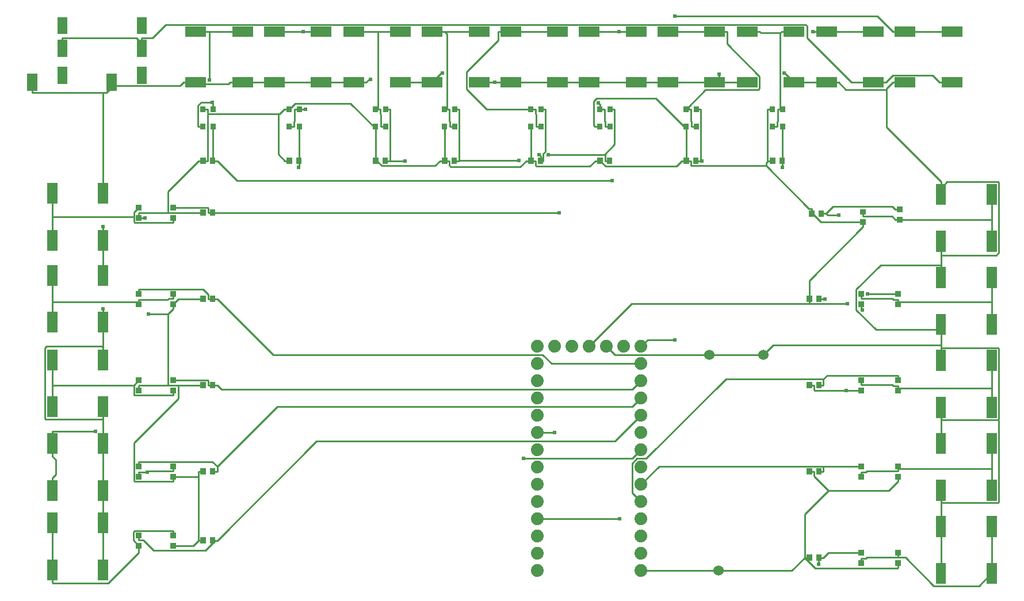
<source format=gtl>
G04 Layer: TopLayer*
G04 Gerber Generator version 0.2*
G04 Scale: 100 percent, Rotated: No, Reflected: No *
G04 Dimensions in millimeters *
G04 leading zeros omitted , absolute positions ,4 integer and 5 decimal *
%FSLAX45Y45*%
%MOMM*%

%ADD10C,0.2540*%
%ADD11C,0.6096*%
%ADD13R,1.5000X3.1000*%
%ADD14R,3.1000X1.5000*%
%ADD15R,0.8640X0.8065*%
%ADD18C,1.8796*%
%ADD19C,1.5240*%

%LPD*%
D10*
X12566395Y3382518D02*
G01*
X10100818Y3382518D01*
X9956800Y3238500D01*
X9156700Y3238500D02*
G01*
X9956800Y3238500D01*
X12566294Y3343836D02*
G01*
X13412012Y3343836D01*
X13419404Y3336444D01*
X13419404Y2292352D01*
X13412012Y2284961D01*
X7645400Y3365500D02*
G01*
X7772400Y3238500D01*
X9156700Y3238500D01*
X8153400Y63500D02*
G01*
X9296400Y63500D01*
X9296400Y63500D02*
G01*
X10371322Y63500D01*
X10561822Y254000D01*
X235305Y3921914D02*
G01*
X235305Y3718994D01*
X12566294Y4563391D02*
G01*
X11680520Y4563391D01*
X11319992Y4202864D01*
X11319992Y3903804D01*
X11614734Y3609063D01*
X12566294Y3609063D01*
X12566294Y4709035D02*
G01*
X12566294Y4563391D01*
X12566294Y4729838D02*
G01*
X12566294Y4709035D01*
X12566294Y5694301D02*
G01*
X12657886Y5785893D01*
X13412012Y5785893D01*
X13419404Y5778502D01*
X13419404Y4746195D01*
X13382243Y4709035D01*
X12566294Y4709035D01*
X12566294Y5694301D02*
G01*
X12566294Y5785766D01*
X12566294Y5602810D02*
G01*
X12566294Y5694301D01*
X235305Y3347366D02*
G01*
X235305Y3718994D01*
X235305Y2291311D02*
G01*
X235305Y2474394D01*
X235305Y1932510D02*
G01*
X235305Y2291311D01*
X235305Y5128338D02*
G01*
X235305Y4925494D01*
X3922191Y7250940D02*
G01*
X4105173Y7250940D01*
X4170679Y7297752D02*
G01*
X4151985Y7297752D01*
X4105173Y7250940D01*
X12566294Y3609063D02*
G01*
X12566294Y3507463D01*
X12566294Y3690419D02*
G01*
X12566294Y3609063D01*
X2288108Y7250940D02*
G01*
X2105126Y7250940D01*
X1598091Y7250940D02*
G01*
X1620545Y7228486D01*
X2082672Y7228486D01*
X2105126Y7250940D01*
X12566294Y1062586D02*
G01*
X12566294Y713310D01*
X12566294Y1245669D02*
G01*
X12566294Y1062586D01*
X13412012Y2284961D02*
G01*
X13419404Y2277569D01*
X13419404Y1069977D01*
X13412012Y1062586D01*
X12566294Y1062586D01*
X13412012Y2284961D02*
G01*
X12566294Y2284961D01*
X12566294Y4380435D02*
G01*
X12566294Y4563391D01*
X12566294Y3343836D02*
G01*
X12566294Y3507463D01*
X9316288Y7250940D02*
G01*
X9302495Y7264732D01*
X9302495Y7372377D01*
X10261498Y7385611D02*
G01*
X10268737Y7385611D01*
X10403408Y7250940D01*
X9316288Y7250940D02*
G01*
X9235008Y7250940D01*
X9713391Y7250940D02*
G01*
X9316288Y7250940D01*
X235305Y7100902D02*
G01*
X235305Y5798466D01*
X235305Y5615510D02*
G01*
X235305Y5798466D01*
X235305Y4925494D02*
G01*
X235305Y4591966D01*
X235305Y4409010D02*
G01*
X235305Y4591966D01*
X235305Y3164410D02*
G01*
X235305Y3347366D01*
X1598091Y7250940D02*
G01*
X1415135Y7250940D01*
X1415135Y7250940D02*
G01*
X1364945Y7200750D01*
X363728Y7200750D01*
X363728Y7200750D02*
G01*
X363728Y7177382D01*
X363728Y7253861D02*
G01*
X363728Y7200750D01*
X5232958Y7385611D02*
G01*
X5212562Y7385611D01*
X5077891Y7250940D01*
X6000750Y7250940D02*
G01*
X5767908Y7250940D01*
X6233591Y7250940D02*
G01*
X6000750Y7250940D01*
X12566294Y4912794D02*
G01*
X12566294Y4729838D01*
X12566294Y2284961D02*
G01*
X12566294Y2468044D01*
X12566294Y1935685D02*
G01*
X12566294Y2284961D01*
X12566294Y3341016D02*
G01*
X12566294Y3343836D01*
X235305Y1242494D02*
G01*
X235305Y1932510D01*
X235305Y764110D02*
G01*
X235305Y1242494D01*
X235305Y74094D02*
G01*
X235305Y764110D01*
X8079308Y7250940D02*
G01*
X7389291Y7250940D01*
X8544991Y7250940D02*
G01*
X8079308Y7250940D01*
X11854535Y7250940D02*
G01*
X11761622Y7158027D01*
X11761622Y7147841D01*
X11064773Y7250940D02*
G01*
X11167872Y7147841D01*
X11761622Y7147841D01*
X235305Y7100902D02*
G01*
X-804671Y7100902D01*
X363728Y7177382D02*
G01*
X287248Y7100902D01*
X235305Y7100902D01*
X-804671Y7253861D02*
G01*
X-804671Y7100902D01*
X12566294Y713310D02*
G01*
X12566294Y23294D01*
X3443808Y7250940D02*
G01*
X2753791Y7250940D01*
X3922191Y7250940D02*
G01*
X3443808Y7250940D01*
X2753791Y7250940D02*
G01*
X2288108Y7250940D01*
X5077891Y7250940D02*
G01*
X4612208Y7250940D01*
X6923608Y7250940D02*
G01*
X6233591Y7250940D01*
X7389291Y7250940D02*
G01*
X6923608Y7250940D01*
X9235008Y7250940D02*
G01*
X8544991Y7250940D01*
X10881791Y7250940D02*
G01*
X11064773Y7250940D01*
X10881791Y7250940D02*
G01*
X10403408Y7250940D01*
X12037491Y7250940D02*
G01*
X11854535Y7250940D01*
X12566294Y3158060D02*
G01*
X12566294Y3341016D01*
X11571808Y7250940D02*
G01*
X11754764Y7250940D01*
X11754764Y7250940D02*
G01*
X11858218Y7354394D01*
X12441072Y7354394D01*
X12544526Y7250940D01*
X804671Y7906819D02*
G01*
X957656Y7906819D01*
X1154937Y8104101D01*
X10571048Y8104101D01*
X10595711Y8079437D01*
X10595711Y7907428D01*
X11252200Y7250940D01*
X11571808Y7250940D01*
X12727508Y7250940D02*
G01*
X12544526Y7250940D01*
X-363728Y7753835D02*
G01*
X-363728Y7906819D01*
X804671Y7830339D02*
G01*
X728192Y7906819D01*
X-363728Y7906819D01*
X804671Y7830339D02*
G01*
X804671Y7906819D01*
X804671Y7753835D02*
G01*
X804671Y7830339D01*
X1848002Y5334002D02*
G01*
X1780057Y5334002D01*
X1270000Y5409338D02*
G01*
X1772665Y5409338D01*
X1780057Y5401947D01*
X1780057Y5334002D01*
X1848002Y5334002D02*
G01*
X6945020Y5334002D01*
X11170996Y2718691D02*
G01*
X11391900Y2718691D01*
X10697718Y2794002D02*
G01*
X10697718Y2726057D01*
X10705084Y2718691D01*
X11170996Y2718691D01*
X1190625Y3841015D02*
G01*
X904519Y3841015D01*
X1190625Y3841015D02*
G01*
X1270000Y3920390D01*
X1190625Y2794002D02*
G01*
X1190625Y3841015D01*
X853059Y5258691D02*
G01*
X762000Y5258691D01*
X11412575Y3899715D02*
G01*
X11391900Y3920390D01*
X10629772Y3989859D02*
G01*
X11191036Y3989859D01*
X11391900Y3988691D02*
G01*
X11391900Y3920390D01*
X10629772Y3989859D02*
G01*
X10629772Y3991028D01*
X7391400Y3365502D02*
G01*
X8015757Y3989859D01*
X10629772Y3989859D01*
X1640052Y4064002D02*
G01*
X1345311Y4064002D01*
X1270000Y3988691D01*
X4242688Y6578551D02*
G01*
X3876776Y6944464D01*
X3059150Y6944464D01*
X2972688Y6858002D01*
X1191513Y5334002D02*
G01*
X1708022Y5334002D01*
X1342339Y2794002D02*
G01*
X1708022Y2794002D01*
X1190625Y2794002D02*
G01*
X1342339Y2794002D01*
X1270000Y1380390D02*
G01*
X1269872Y1380263D01*
X698093Y1380263D01*
X690702Y1387655D01*
X690702Y1942086D01*
X1342339Y2593723D01*
X1342339Y2794002D01*
X1270000Y1448691D02*
G01*
X1270000Y1380390D01*
X1640052Y1448691D02*
G01*
X1270000Y1448691D01*
X6601968Y6096002D02*
G01*
X6601968Y6028057D01*
X6616191Y6013833D01*
X7399883Y6013833D01*
X7482052Y6096002D01*
X5331968Y6096002D02*
G01*
X5331968Y6028057D01*
X5353862Y6006162D01*
X6376212Y6006162D01*
X6466052Y6096002D01*
X7544688Y6604002D02*
G01*
X7476388Y6604002D01*
X8814688Y6568417D02*
G01*
X8367217Y7015888D01*
X7501991Y7015888D01*
X7458735Y6972632D01*
X7458735Y6621655D01*
X7476388Y6604002D01*
X8814688Y6568417D02*
G01*
X8814688Y6532831D01*
X8814688Y6604002D02*
G01*
X8814688Y6568417D01*
X5264022Y6096002D02*
G01*
X5196052Y6096002D01*
X4248022Y6115179D02*
G01*
X4248022Y6111293D01*
X4336415Y6022901D01*
X5122951Y6022901D01*
X5196052Y6096002D01*
X4248022Y6115179D02*
G01*
X4248022Y6096002D01*
X4242688Y6532831D02*
G01*
X4248022Y6527497D01*
X4248022Y6115179D01*
X6528688Y6604002D02*
G01*
X6528688Y6532831D01*
X11934825Y110390D02*
G01*
X11923217Y98783D01*
X10716996Y98783D01*
X10561777Y254002D01*
X11934825Y178666D02*
G01*
X11934825Y110390D01*
X1640052Y1448691D02*
G01*
X1640052Y1524002D01*
X1640052Y508002D02*
G01*
X1640052Y1448691D01*
X2978022Y6096002D02*
G01*
X2910052Y6096002D01*
X2814827Y6786704D02*
G01*
X2833090Y6786704D01*
X2904388Y6858002D01*
X1779981Y6786704D02*
G01*
X2814827Y6786704D01*
X2814827Y6786704D02*
G01*
X2814827Y6191227D01*
X2910052Y6096002D01*
X4242688Y6578551D02*
G01*
X4242688Y6532831D01*
X4242688Y6604002D02*
G01*
X4242688Y6578551D01*
X6534022Y6096002D02*
G01*
X6466052Y6096002D01*
X5264022Y6096002D02*
G01*
X5331968Y6096002D01*
X5264022Y6132502D02*
G01*
X5264022Y6096002D01*
X5264022Y6132502D02*
G01*
X5264022Y6168976D01*
X6534022Y6096002D02*
G01*
X6601968Y6096002D01*
X6528688Y6532831D02*
G01*
X6534022Y6527497D01*
X6534022Y6096002D01*
X7550022Y6096002D02*
G01*
X7482052Y6096002D01*
X10664697Y5357802D02*
G01*
X10664697Y5329735D01*
X10799241Y5195191D01*
X11420475Y5195191D01*
X10664697Y5357802D02*
G01*
X10664697Y5394276D01*
X10664697Y5321302D02*
G01*
X10664697Y5357802D01*
X9997084Y6022901D02*
G01*
X10625709Y5394276D01*
X10664697Y5394276D01*
X11420475Y5195191D02*
G01*
X11420475Y5126890D01*
X762000Y5326966D02*
G01*
X769035Y5334002D01*
X1191513Y5334002D01*
X1191513Y5334002D02*
G01*
X1191513Y5647463D01*
X1640052Y6096002D01*
X1708022Y6096002D02*
G01*
X1640052Y6096002D01*
X9997084Y6022901D02*
G01*
X8893124Y6022901D01*
X8887968Y6028057D01*
X8887968Y6096002D01*
X10022052Y6096002D02*
G01*
X9997084Y6071034D01*
X9997084Y6022901D01*
X10022052Y6096002D02*
G01*
X10016261Y6101793D01*
X10016261Y6857875D01*
X10016388Y6858002D01*
X10029342Y6096002D02*
G01*
X10022052Y6096002D01*
X11420475Y5126890D02*
G01*
X10629772Y4336188D01*
X10629772Y4064002D01*
X10629772Y4027528D02*
G01*
X10629772Y4064002D01*
X10629772Y4027528D02*
G01*
X10629772Y3991028D01*
X11934825Y1448666D02*
G01*
X11934825Y1380390D01*
X10629747Y254002D02*
G01*
X10561777Y254002D01*
X10629747Y1524002D02*
G01*
X10697718Y1524002D01*
X10911408Y1242341D02*
G01*
X10561777Y892710D01*
X10561777Y254002D01*
X11934825Y1380390D02*
G01*
X11796775Y1242341D01*
X10911408Y1242341D01*
X10697718Y1524002D02*
G01*
X10697718Y1456032D01*
X10911408Y1242341D01*
X762000Y2786966D02*
G01*
X769035Y2794002D01*
X1190625Y2794002D01*
X1270000Y3988691D02*
G01*
X1270000Y3920390D01*
X1708022Y508002D02*
G01*
X1640052Y508002D01*
X1708022Y6096002D02*
G01*
X1775968Y6096002D01*
X5264022Y6168976D02*
G01*
X5258688Y6174310D01*
X5258688Y6604002D01*
X10084688Y6858002D02*
G01*
X10016388Y6858002D01*
X10090022Y6096002D02*
G01*
X10029342Y6096002D01*
X8752052Y6096002D02*
G01*
X8671763Y6015713D01*
X7630312Y6015713D01*
X7550022Y6096002D01*
X8820022Y6096002D02*
G01*
X8752052Y6096002D01*
X8854008Y6096002D02*
G01*
X8820022Y6096002D01*
X8854008Y6096002D02*
G01*
X8887968Y6096002D01*
X762000Y5258691D02*
G01*
X762000Y5326966D01*
X10629772Y2794002D02*
G01*
X10697718Y2794002D01*
X1708022Y4064002D02*
G01*
X1640052Y4064002D01*
X762000Y2718691D02*
G01*
X762000Y2786966D01*
X1708022Y1524002D02*
G01*
X1640052Y1524002D01*
X1270000Y432691D02*
G01*
X1564741Y432691D01*
X1640052Y508002D01*
X1779981Y6786704D02*
G01*
X1775968Y6782691D01*
X1775968Y6096002D01*
X1779981Y6786704D02*
G01*
X1770964Y6795721D01*
X1770964Y6858002D01*
X1702688Y6858002D02*
G01*
X1770964Y6858002D01*
X2972688Y6858002D02*
G01*
X2904388Y6858002D01*
X8814688Y6532831D02*
G01*
X8820022Y6527497D01*
X8820022Y6096002D01*
X10804677Y5321302D02*
G01*
X10872647Y5321302D01*
X11062538Y5293997D02*
G01*
X10899952Y5293997D01*
X10872647Y5321302D01*
X10804677Y5321302D02*
G01*
X10872647Y5321302D01*
X11963400Y5383938D02*
G01*
X11892229Y5383938D01*
X11892229Y5383938D02*
G01*
X11847906Y5428261D01*
X10979607Y5428261D01*
X10872647Y5321302D01*
X11934825Y4139338D02*
G01*
X11484178Y4139338D01*
X10837722Y4064002D02*
G01*
X10855731Y4064002D01*
X10769752Y4064002D02*
G01*
X10837722Y4064002D01*
X10837722Y2883842D02*
G01*
X10837722Y2794002D01*
X11934825Y2937614D02*
G01*
X11934697Y2937741D01*
X10891621Y2937741D01*
X10837722Y2883842D01*
X10837722Y2883842D02*
G01*
X9399143Y2883842D01*
X8229803Y1714502D01*
X8092643Y1714502D01*
X8021472Y1643331D01*
X8021472Y1211430D01*
X8153400Y1079502D01*
X10769752Y2794002D02*
G01*
X10837722Y2794002D01*
X11934825Y2869338D02*
G01*
X11934825Y2937614D01*
X10837722Y1599338D02*
G01*
X8419236Y1599338D01*
X8153400Y1333502D01*
X11391900Y1599338D02*
G01*
X10837722Y1599338D01*
X10837722Y1599338D02*
G01*
X10837722Y1524002D01*
X10769752Y1524002D02*
G01*
X10837722Y1524002D01*
X10769752Y160428D02*
G01*
X10769752Y254002D01*
X10803737Y254002D02*
G01*
X10769752Y254002D01*
X10803737Y254002D02*
G01*
X10837722Y254002D01*
X11391900Y329338D02*
G01*
X10913059Y329338D01*
X10837722Y254002D01*
X1848002Y4064002D02*
G01*
X1780057Y4064002D01*
X1780057Y4064002D02*
G01*
X1780057Y4131947D01*
X1704263Y4207741D01*
X762127Y4207741D01*
X762000Y4207614D01*
X1881987Y4064002D02*
G01*
X1848002Y4064002D01*
X762000Y4139338D02*
G01*
X762000Y4207614D01*
X1881987Y4064002D02*
G01*
X1915972Y4064002D01*
X1915972Y4064002D02*
G01*
X2736545Y3243430D01*
X6705752Y3243430D01*
X6837679Y3111502D01*
X8153400Y3111502D01*
X1848002Y2794002D02*
G01*
X1780057Y2794002D01*
X1270000Y2869338D02*
G01*
X1772665Y2869338D01*
X1780057Y2861947D01*
X1780057Y2794002D01*
X1848002Y2794002D02*
G01*
X1915972Y2794002D01*
X8153400Y2857502D02*
G01*
X8026400Y2730502D01*
X1979472Y2730502D01*
X1915972Y2794002D01*
X1915972Y1596646D02*
G01*
X1915972Y1524002D01*
X762000Y1667614D02*
G01*
X763651Y1669265D01*
X1843354Y1669265D01*
X1915972Y1596646D01*
X8153400Y2603502D02*
G01*
X8026400Y2476502D01*
X2795828Y2476502D01*
X1915972Y1596646D01*
X762000Y1599338D02*
G01*
X762000Y1667614D01*
X1848002Y1524002D02*
G01*
X1915972Y1524002D01*
X762000Y583338D02*
G01*
X762000Y515038D01*
X1881987Y508002D02*
G01*
X1738248Y364263D01*
X981075Y364263D01*
X830300Y515038D01*
X762000Y515038D01*
X1881987Y508002D02*
G01*
X1915972Y508002D01*
X1848002Y508002D02*
G01*
X1881987Y508002D01*
X8153400Y2349502D02*
G01*
X7772400Y1968502D01*
X3376472Y1968502D01*
X1915972Y508002D01*
X1915972Y6096002D02*
G01*
X2206701Y5805274D01*
X7730083Y5805274D01*
X1848002Y6096002D02*
G01*
X1915972Y6096002D01*
X1853336Y6532831D02*
G01*
X1848002Y6527497D01*
X1848002Y6096002D01*
X1853336Y6604002D02*
G01*
X1853336Y6532831D01*
X8153400Y1841502D02*
G01*
X8026400Y1714502D01*
X6421170Y1714502D01*
X3110179Y6000473D02*
G01*
X3118002Y6008296D01*
X3118002Y6096002D01*
X3118002Y6096002D02*
G01*
X3118002Y6168976D01*
X3123336Y6604002D02*
G01*
X3123336Y6174310D01*
X3118002Y6168976D01*
X4461738Y6096002D02*
G01*
X4679365Y6096002D01*
X4404995Y6096002D02*
G01*
X4461738Y6096002D01*
X4461738Y6096002D02*
G01*
X4461738Y6857875D01*
X4461611Y6858002D01*
X4388002Y6096002D02*
G01*
X4404995Y6096002D01*
X4393336Y6858002D02*
G01*
X4461611Y6858002D01*
X6357696Y6101768D02*
G01*
X5477738Y6101768D01*
X5477738Y6101768D02*
G01*
X5471972Y6096002D01*
X5477611Y6858002D02*
G01*
X5477738Y6857875D01*
X5477738Y6101768D01*
X5409336Y6858002D02*
G01*
X5477611Y6858002D01*
X5404002Y6096002D02*
G01*
X5471972Y6096002D01*
X6653352Y6190693D02*
G01*
X6674002Y6170043D01*
X6674002Y6096002D01*
X6747611Y6858002D02*
G01*
X6747738Y6857875D01*
X6747738Y6235600D01*
X6707987Y6195849D01*
X6707987Y6096002D01*
X6674002Y6096002D02*
G01*
X6707987Y6096002D01*
X6679336Y6858002D02*
G01*
X6747611Y6858002D01*
X7615859Y6189144D02*
G01*
X7622057Y6182946D01*
X7622057Y6096002D01*
X6784086Y6189144D02*
G01*
X7615859Y6189144D01*
X7763611Y6858002D02*
G01*
X7763738Y6857875D01*
X7763738Y6337023D01*
X7615859Y6189144D01*
X7695336Y6858002D02*
G01*
X7763611Y6858002D01*
X7690002Y6096002D02*
G01*
X7622057Y6096002D01*
X6629400Y2095502D02*
G01*
X6878167Y2095502D01*
X9047149Y6090897D02*
G01*
X9033078Y6090897D01*
X9027972Y6096002D01*
X8960002Y6096002D02*
G01*
X9027972Y6096002D01*
X8965336Y6858002D02*
G01*
X9033611Y6858002D01*
X8960002Y6096002D02*
G01*
X9027972Y6096002D01*
X9033611Y6858002D02*
G01*
X9033738Y6857875D01*
X9033738Y6101768D01*
X9027972Y6096002D01*
X10230002Y5999939D02*
G01*
X10230002Y6096002D01*
X10230002Y6096002D02*
G01*
X10230002Y6168976D01*
X10235336Y6604002D02*
G01*
X10235336Y6174310D01*
X10230002Y6168976D01*
X13316305Y30203D02*
G01*
X13126313Y-159788D01*
X12463246Y-159788D01*
X12042419Y261038D01*
X11934825Y261038D01*
X13316305Y23294D02*
G01*
X13316305Y30203D01*
X13316305Y36934D02*
G01*
X13316305Y30203D01*
X13316305Y36934D02*
G01*
X13316305Y206275D01*
X13316305Y713310D02*
G01*
X13316305Y530329D01*
X13316305Y530329D02*
G01*
X13316305Y206275D01*
X11934825Y329338D02*
G01*
X11934825Y261038D01*
X11391900Y178666D02*
G01*
X11391900Y246966D01*
X11391900Y246966D02*
G01*
X11460200Y246966D01*
X11474272Y261038D01*
X11934825Y261038D01*
X13316305Y1565201D02*
G01*
X13316305Y1752704D01*
X13316305Y1428650D02*
G01*
X13316305Y1565201D01*
X11934825Y1565201D02*
G01*
X13316305Y1565201D01*
X11934825Y1565201D02*
G01*
X11934825Y1531038D01*
X11934825Y1599338D02*
G01*
X11934825Y1565201D01*
X13316305Y1245669D02*
G01*
X13316305Y1252578D01*
X13316305Y1259309D02*
G01*
X13316305Y1252578D01*
X13316305Y1259309D02*
G01*
X13316305Y1428650D01*
X13316305Y1935685D02*
G01*
X13316305Y1752704D01*
X11391900Y1448666D02*
G01*
X11391900Y1516966D01*
X11391900Y1516966D02*
G01*
X11460200Y1516966D01*
X11474272Y1531038D01*
X11934825Y1531038D01*
X13316305Y2752829D02*
G01*
X13316305Y2651025D01*
X13316305Y2975079D02*
G01*
X13316305Y2752829D01*
X11934825Y2752829D02*
G01*
X13316305Y2752829D01*
X11934825Y2752829D02*
G01*
X11934825Y2786966D01*
X11934825Y2718691D02*
G01*
X11934825Y2752829D01*
X13316305Y3158060D02*
G01*
X13316305Y2975079D01*
X13316305Y2468044D02*
G01*
X13316305Y2651025D01*
X11391900Y2869338D02*
G01*
X11391900Y2801038D01*
X11934825Y2786966D02*
G01*
X11866549Y2786966D01*
X11852478Y2801038D01*
X11391900Y2801038D01*
X13316305Y4022829D02*
G01*
X13316305Y4197454D01*
X13316305Y3873400D02*
G01*
X13316305Y4022829D01*
X11934825Y4022829D02*
G01*
X13316305Y4022829D01*
X11934825Y4022829D02*
G01*
X11934825Y4056966D01*
X11934825Y3988691D02*
G01*
X11934825Y4022829D01*
X13316305Y4380435D02*
G01*
X13316305Y4197454D01*
X13316305Y3690419D02*
G01*
X13316305Y3873400D01*
X11391900Y4139338D02*
G01*
X11391900Y4071038D01*
X11934825Y4056966D02*
G01*
X11866549Y4056966D01*
X11852478Y4071038D01*
X11391900Y4071038D01*
X11963400Y5233291D02*
G01*
X11892229Y5233291D01*
X11420475Y5345838D02*
G01*
X11420475Y5277538D01*
X11892229Y5233291D02*
G01*
X11847982Y5277538D01*
X11420475Y5277538D01*
X11998985Y5233291D02*
G01*
X11963400Y5233291D01*
X11998985Y5233291D02*
G01*
X12034570Y5233291D01*
X13316305Y5233291D02*
G01*
X13316305Y5419829D01*
X13316305Y5095775D02*
G01*
X13316305Y5233291D01*
X13316305Y5233291D02*
G01*
X12034570Y5233291D01*
X13316305Y4912794D02*
G01*
X13316305Y4919703D01*
X13316305Y4926434D02*
G01*
X13316305Y4919703D01*
X13316305Y4926434D02*
G01*
X13316305Y5095775D01*
X13316305Y5602810D02*
G01*
X13316305Y5419829D01*
X690702Y5270502D02*
G01*
X690702Y5338041D01*
X762000Y5409338D01*
X1270000Y5190390D02*
G01*
X1269872Y5190263D01*
X698093Y5190263D01*
X690702Y5197655D01*
X690702Y5270502D01*
X690702Y5270502D02*
G01*
X-514705Y5270502D01*
X-514705Y5270502D02*
G01*
X-514705Y5432529D01*
X-514705Y5108475D02*
G01*
X-514705Y5270502D01*
X-514705Y4925494D02*
G01*
X-514705Y5108475D01*
X1270000Y5258691D02*
G01*
X1270000Y5190390D01*
X-514705Y5615510D02*
G01*
X-514705Y5432529D01*
X762000Y4022829D02*
G01*
X-514705Y4022829D01*
X-514705Y4022829D02*
G01*
X-514705Y3901975D01*
X-514705Y4226029D02*
G01*
X-514705Y4022829D01*
X762000Y4022829D02*
G01*
X762000Y4056966D01*
X762000Y3988691D02*
G01*
X762000Y4022829D01*
X-514705Y4409010D02*
G01*
X-514705Y4226029D01*
X-514705Y3718994D02*
G01*
X-514705Y3901975D01*
X1270000Y4139338D02*
G01*
X1270000Y4071038D01*
X1270000Y4071038D02*
G01*
X1201699Y4071038D01*
X1187627Y4056966D01*
X762000Y4056966D01*
X-514705Y2794561D02*
G01*
X-514705Y2657375D01*
X-514705Y2981429D02*
G01*
X-514705Y2794561D01*
X687222Y2794561D02*
G01*
X-514705Y2794561D01*
X687222Y2794561D02*
G01*
X687222Y2657655D01*
X694613Y2650263D01*
X1269872Y2650263D01*
X1270000Y2650390D01*
X762000Y2869338D02*
G01*
X687222Y2794561D01*
X-514705Y3164410D02*
G01*
X-514705Y3157501D01*
X-514705Y3150770D02*
G01*
X-514705Y3157501D01*
X-514705Y3150770D02*
G01*
X-514705Y2981429D01*
X-514705Y2474394D02*
G01*
X-514705Y2657375D01*
X1270000Y2718691D02*
G01*
X1270000Y2650390D01*
X885901Y1516966D02*
G01*
X762000Y1516966D01*
X1270000Y1531038D02*
G01*
X899972Y1531038D01*
X885901Y1516966D01*
X-514705Y2115466D02*
G01*
X120065Y2115466D01*
X-514705Y1932510D02*
G01*
X-514705Y2115466D01*
X-514705Y1749529D02*
G01*
X-457352Y1692175D01*
X-457352Y1482829D01*
X-514705Y1425475D01*
X-514705Y1932510D02*
G01*
X-514705Y1749529D01*
X-514705Y1242494D02*
G01*
X-514705Y1425475D01*
X762000Y1448691D02*
G01*
X762000Y1516966D01*
X1270000Y1599338D02*
G01*
X1270000Y1531038D01*
X762000Y432691D02*
G01*
X762000Y327941D01*
X313385Y-120672D01*
X-502894Y-120672D01*
X-514705Y-108861D01*
X-514705Y74094D02*
G01*
X-514705Y-108861D01*
X1270000Y651614D02*
G01*
X1269872Y651741D01*
X698093Y651741D01*
X679780Y633427D01*
X679780Y514911D01*
X762000Y432691D01*
X1270000Y583338D02*
G01*
X1270000Y651614D01*
X-514705Y257075D02*
G01*
X-514705Y581129D01*
X-514705Y74094D02*
G01*
X-514705Y257075D01*
X-514705Y764110D02*
G01*
X-514705Y581129D01*
X1853336Y6929173D02*
G01*
X1838452Y6944057D01*
X1838452Y6956681D01*
X1634388Y6604002D02*
G01*
X1634261Y6604129D01*
X1634261Y6913501D01*
X1677441Y6956681D01*
X1838452Y6956681D01*
X1853336Y6858002D02*
G01*
X1853336Y6929173D01*
X1804136Y8000951D02*
G01*
X1598091Y8000951D01*
X2288108Y8000951D02*
G01*
X1804136Y8000951D01*
X1804136Y8000951D02*
G01*
X1804136Y7287033D01*
X1702688Y6604002D02*
G01*
X1634388Y6604002D01*
X3123336Y6858002D02*
G01*
X3210763Y6858002D01*
X3182493Y8000951D02*
G01*
X2753791Y8000951D01*
X3352317Y8000951D02*
G01*
X3182493Y8000951D01*
X3089198Y6858002D02*
G01*
X3123336Y6858002D01*
X3089198Y6858002D02*
G01*
X3055035Y6858002D01*
X2996717Y6604002D02*
G01*
X2972688Y6604002D01*
X2996717Y6604002D02*
G01*
X3040964Y6604002D01*
X3443808Y8000951D02*
G01*
X3352317Y8000951D01*
X3040964Y6604002D02*
G01*
X3040964Y6672277D01*
X3055035Y6686349D01*
X3055035Y6858002D01*
X4276826Y8000951D02*
G01*
X3922191Y8000951D01*
X4520717Y8000951D02*
G01*
X4276826Y8000951D01*
X4276826Y6858002D02*
G01*
X4276826Y8000951D01*
X4276826Y6858002D02*
G01*
X4310964Y6858002D01*
X4242688Y6858002D02*
G01*
X4276826Y6858002D01*
X4612208Y8000951D02*
G01*
X4520717Y8000951D01*
X4393336Y6604002D02*
G01*
X4325035Y6604002D01*
X4325035Y6604002D02*
G01*
X4325035Y6775655D01*
X4310964Y6789727D01*
X4310964Y6858002D01*
X5292826Y6858002D02*
G01*
X5292826Y7968998D01*
X5260873Y8000951D01*
X5292826Y6858002D02*
G01*
X5326964Y6858002D01*
X5258688Y6858002D02*
G01*
X5292826Y6858002D01*
X5767908Y8000951D02*
G01*
X5260873Y8000951D01*
X5077891Y8000951D02*
G01*
X5260873Y8000951D01*
X5409336Y6604002D02*
G01*
X5341035Y6604002D01*
X5341035Y6604002D02*
G01*
X5341035Y6672303D01*
X5326964Y6686374D01*
X5326964Y6858002D01*
X6050635Y8000951D02*
G01*
X6050635Y7871081D01*
X5584799Y7405245D01*
X5584799Y7155258D01*
X5882055Y6858002D01*
X6528688Y6858002D01*
X6233591Y8000951D02*
G01*
X6050635Y8000951D01*
X6832117Y8000951D02*
G01*
X6233591Y8000951D01*
X6528688Y6858002D02*
G01*
X6596964Y6858002D01*
X6923608Y8000951D02*
G01*
X6832117Y8000951D01*
X6679336Y6604002D02*
G01*
X6611035Y6604002D01*
X6611035Y6604002D02*
G01*
X6611035Y6775655D01*
X6596964Y6789727D01*
X6596964Y6858002D01*
X7524521Y6947283D02*
G01*
X7542631Y6929173D01*
X7544688Y6929173D01*
X7544688Y6858002D02*
G01*
X7544688Y6929173D01*
X7827594Y8000951D02*
G01*
X7572273Y8000951D01*
X8079308Y8000951D02*
G01*
X7827594Y8000951D01*
X7544688Y6858002D02*
G01*
X7612964Y6858002D01*
X7389291Y8000951D02*
G01*
X7572273Y8000951D01*
X7695336Y6604002D02*
G01*
X7627035Y6604002D01*
X7627035Y6604002D02*
G01*
X7627035Y6672303D01*
X7612964Y6686374D01*
X7612964Y6858002D01*
X9235008Y8000951D02*
G01*
X9417964Y8000951D01*
X8848826Y6858002D02*
G01*
X8848826Y6893638D01*
X9096527Y7141339D01*
X9877933Y7141339D01*
X9896500Y7159906D01*
X9896500Y7339459D01*
X9417964Y7817995D01*
X9417964Y8000951D01*
X8848826Y6858002D02*
G01*
X8882964Y6858002D01*
X8814688Y6858002D02*
G01*
X8848826Y6858002D01*
X9143517Y8000951D02*
G01*
X8544991Y8000951D01*
X9235008Y8000951D02*
G01*
X9143517Y8000951D01*
X8965336Y6604002D02*
G01*
X8897035Y6604002D01*
X8897035Y6604002D02*
G01*
X8897035Y6672303D01*
X8882964Y6686374D01*
X8882964Y6858002D01*
X10201198Y7981723D02*
G01*
X10220426Y8000951D01*
X10201198Y6858002D02*
G01*
X10201198Y7981723D01*
X10201198Y7981723D02*
G01*
X9915601Y7981723D01*
X9896373Y8000951D01*
X9713391Y8000951D02*
G01*
X9896373Y8000951D01*
X10403408Y8000951D02*
G01*
X10220426Y8000951D01*
X10201198Y6858002D02*
G01*
X10167035Y6858002D01*
X10235336Y6858002D02*
G01*
X10201198Y6858002D01*
X10084688Y6604002D02*
G01*
X10152964Y6604002D01*
X10152964Y6604002D02*
G01*
X10152964Y6672277D01*
X10167035Y6686349D01*
X10167035Y6858002D01*
X6629400Y825502D02*
G01*
X7833207Y825502D01*
X10698835Y8000926D02*
G01*
X10679938Y8000926D01*
X10881791Y8000926D02*
G01*
X10698835Y8000926D01*
X11571808Y8000926D02*
G01*
X10881791Y8000926D01*
X12037491Y8000951D02*
G01*
X11854535Y8000951D01*
X11854535Y8000951D02*
G01*
X11631929Y8223557D01*
X8651570Y8223557D01*
X12727508Y8000951D02*
G01*
X12037491Y8000951D01*
X11761622Y7147841D02*
G01*
X11761622Y6590438D01*
X12566294Y5785766D01*
X235305Y2291311D02*
G01*
X-610412Y2291311D01*
X-617804Y2298702D01*
X-617804Y3341651D01*
X-592785Y3366670D01*
X216001Y3366670D01*
X235305Y3347366D01*
X8153400Y3365502D02*
G01*
X8250377Y3462479D01*
X8651570Y3462479D01*
G36*
X1807999Y5379001D02*
G01*
X1887999Y5379001D01*
X1887999Y5288998D01*
X1807999Y5288998D01*
G37*
G36*
X1668000Y5379001D02*
G01*
X1748000Y5379001D01*
X1748000Y5288998D01*
X1668000Y5288998D01*
G37*
G36*
X10764674Y5366301D02*
G01*
X10844674Y5366301D01*
X10844674Y5276298D01*
X10764674Y5276298D01*
G37*
G36*
X10624675Y5366301D02*
G01*
X10704675Y5366301D01*
X10704675Y5276298D01*
X10624675Y5276298D01*
G37*
G36*
X10729749Y4109001D02*
G01*
X10809749Y4109001D01*
X10809749Y4018998D01*
X10729749Y4018998D01*
G37*
G36*
X10589750Y4109001D02*
G01*
X10669750Y4109001D01*
X10669750Y4018998D01*
X10589750Y4018998D01*
G37*
G36*
X10729749Y2839001D02*
G01*
X10809749Y2839001D01*
X10809749Y2748998D01*
X10729749Y2748998D01*
G37*
G36*
X10589750Y2839001D02*
G01*
X10669750Y2839001D01*
X10669750Y2748998D01*
X10589750Y2748998D01*
G37*
G36*
X10729749Y1569001D02*
G01*
X10809749Y1569001D01*
X10809749Y1478998D01*
X10729749Y1478998D01*
G37*
G36*
X10589750Y1569001D02*
G01*
X10669750Y1569001D01*
X10669750Y1478998D01*
X10589750Y1478998D01*
G37*
G36*
X10729749Y299001D02*
G01*
X10809749Y299001D01*
X10809749Y208998D01*
X10729749Y208998D01*
G37*
G36*
X10589750Y299001D02*
G01*
X10669750Y299001D01*
X10669750Y208998D01*
X10589750Y208998D01*
G37*
G36*
X1807999Y4109001D02*
G01*
X1887999Y4109001D01*
X1887999Y4018998D01*
X1807999Y4018998D01*
G37*
G36*
X1668000Y4109001D02*
G01*
X1748000Y4109001D01*
X1748000Y4018998D01*
X1668000Y4018998D01*
G37*
G36*
X1807999Y2839001D02*
G01*
X1887999Y2839001D01*
X1887999Y2748998D01*
X1807999Y2748998D01*
G37*
G36*
X1668000Y2839001D02*
G01*
X1748000Y2839001D01*
X1748000Y2748998D01*
X1668000Y2748998D01*
G37*
G36*
X1807999Y1569001D02*
G01*
X1887999Y1569001D01*
X1887999Y1478998D01*
X1807999Y1478998D01*
G37*
G36*
X1668000Y1569001D02*
G01*
X1748000Y1569001D01*
X1748000Y1478998D01*
X1668000Y1478998D01*
G37*
G36*
X1807999Y553001D02*
G01*
X1887999Y553001D01*
X1887999Y462998D01*
X1807999Y462998D01*
G37*
G36*
X1668000Y553001D02*
G01*
X1748000Y553001D01*
X1748000Y462998D01*
X1668000Y462998D01*
G37*
G36*
X1807999Y6141001D02*
G01*
X1887999Y6141001D01*
X1887999Y6050998D01*
X1807999Y6050998D01*
G37*
G36*
X1668000Y6141001D02*
G01*
X1748000Y6141001D01*
X1748000Y6050998D01*
X1668000Y6050998D01*
G37*
G36*
X3077999Y6141001D02*
G01*
X3157999Y6141001D01*
X3157999Y6050998D01*
X3077999Y6050998D01*
G37*
G36*
X2938000Y6141001D02*
G01*
X3018000Y6141001D01*
X3018000Y6050998D01*
X2938000Y6050998D01*
G37*
G36*
X4347999Y6141001D02*
G01*
X4427999Y6141001D01*
X4427999Y6050998D01*
X4347999Y6050998D01*
G37*
G36*
X4208000Y6141001D02*
G01*
X4288000Y6141001D01*
X4288000Y6050998D01*
X4208000Y6050998D01*
G37*
G36*
X5363999Y6141001D02*
G01*
X5443999Y6141001D01*
X5443999Y6050998D01*
X5363999Y6050998D01*
G37*
G36*
X5224000Y6141001D02*
G01*
X5304000Y6141001D01*
X5304000Y6050998D01*
X5224000Y6050998D01*
G37*
G36*
X6633999Y6141001D02*
G01*
X6713999Y6141001D01*
X6713999Y6050998D01*
X6633999Y6050998D01*
G37*
G36*
X6494000Y6141001D02*
G01*
X6574000Y6141001D01*
X6574000Y6050998D01*
X6494000Y6050998D01*
G37*
G36*
X7649999Y6141001D02*
G01*
X7729999Y6141001D01*
X7729999Y6050998D01*
X7649999Y6050998D01*
G37*
G36*
X7510000Y6141001D02*
G01*
X7590000Y6141001D01*
X7590000Y6050998D01*
X7510000Y6050998D01*
G37*
G36*
X8919999Y6141001D02*
G01*
X8999999Y6141001D01*
X8999999Y6050998D01*
X8919999Y6050998D01*
G37*
G36*
X8780000Y6141001D02*
G01*
X8860000Y6141001D01*
X8860000Y6050998D01*
X8780000Y6050998D01*
G37*
G36*
X10189999Y6141001D02*
G01*
X10269999Y6141001D01*
X10269999Y6050998D01*
X10189999Y6050998D01*
G37*
G36*
X10050000Y6141001D02*
G01*
X10130000Y6141001D01*
X10130000Y6050998D01*
X10050000Y6050998D01*
G37*
G36*
X12491303Y178300D02*
G01*
X12641305Y178300D01*
X12641305Y-131701D01*
X12491303Y-131701D01*
G37*
G36*
X13241304Y868301D02*
G01*
X13391306Y868301D01*
X13391306Y558299D01*
X13241304Y558299D01*
G37*
G36*
X12491303Y868301D02*
G01*
X12641305Y868301D01*
X12641305Y558299D01*
X12491303Y558299D01*
G37*
G36*
X13241304Y178300D02*
G01*
X13391306Y178300D01*
X13391306Y-131701D01*
X13241304Y-131701D01*
G37*
G36*
X12491303Y1400675D02*
G01*
X12641305Y1400675D01*
X12641305Y1090673D01*
X12491303Y1090673D01*
G37*
G36*
X13241304Y2090676D02*
G01*
X13391306Y2090676D01*
X13391306Y1780674D01*
X13241304Y1780674D01*
G37*
G36*
X12491303Y2090676D02*
G01*
X12641305Y2090676D01*
X12641305Y1780674D01*
X12491303Y1780674D01*
G37*
G36*
X13241304Y1400675D02*
G01*
X13391306Y1400675D01*
X13391306Y1090673D01*
X13241304Y1090673D01*
G37*
G36*
X12491303Y2623050D02*
G01*
X12641305Y2623050D01*
X12641305Y2313048D01*
X12491303Y2313048D01*
G37*
G36*
X13241304Y3313051D02*
G01*
X13391306Y3313051D01*
X13391306Y3003049D01*
X13241304Y3003049D01*
G37*
G36*
X12491303Y3313051D02*
G01*
X12641305Y3313051D01*
X12641305Y3003049D01*
X12491303Y3003049D01*
G37*
G36*
X13241304Y2623050D02*
G01*
X13391306Y2623050D01*
X13391306Y2313048D01*
X13241304Y2313048D01*
G37*
G36*
X12491303Y3845425D02*
G01*
X12641305Y3845425D01*
X12641305Y3535423D01*
X12491303Y3535423D01*
G37*
G36*
X13241304Y4535426D02*
G01*
X13391306Y4535426D01*
X13391306Y4225424D01*
X13241304Y4225424D01*
G37*
G36*
X12491303Y4535426D02*
G01*
X12641305Y4535426D01*
X12641305Y4225424D01*
X12491303Y4225424D01*
G37*
G36*
X13241304Y3845425D02*
G01*
X13391306Y3845425D01*
X13391306Y3535423D01*
X13241304Y3535423D01*
G37*
G36*
X12491303Y5067800D02*
G01*
X12641305Y5067800D01*
X12641305Y4757798D01*
X12491303Y4757798D01*
G37*
G36*
X13241304Y5757801D02*
G01*
X13391306Y5757801D01*
X13391306Y5447799D01*
X13241304Y5447799D01*
G37*
G36*
X12491303Y5757801D02*
G01*
X12641305Y5757801D01*
X12641305Y5447799D01*
X12491303Y5447799D01*
G37*
G36*
X13241304Y5067800D02*
G01*
X13391306Y5067800D01*
X13391306Y4757798D01*
X13241304Y4757798D01*
G37*
D13*
G01*
X235305Y5615508D03*
G01*
X-514705Y4925491D03*
G01*
X235305Y4925491D03*
G01*
X-514705Y5615508D03*
G01*
X235305Y4409008D03*
G01*
X-514705Y3718991D03*
G01*
X235305Y3718991D03*
G01*
X-514705Y4409008D03*
G01*
X235305Y3164408D03*
G01*
X-514705Y2474391D03*
G01*
X235305Y2474391D03*
G01*
X-514705Y3164408D03*
G01*
X235305Y1932508D03*
G01*
X-514705Y1242491D03*
G01*
X235305Y1242491D03*
G01*
X-514705Y1932508D03*
G01*
X235305Y764108D03*
G01*
X-514705Y74091D03*
G01*
X235305Y74091D03*
G01*
X-514705Y764108D03*
D14*
G01*
X2288108Y7250937D03*
G01*
X1598091Y8000949D03*
G01*
X1598091Y7250937D03*
G01*
X2288108Y8000949D03*
G01*
X3443808Y7250937D03*
G01*
X2753791Y8000949D03*
G01*
X2753791Y7250937D03*
G01*
X3443808Y8000949D03*
G01*
X4612208Y7250937D03*
G01*
X3922191Y8000949D03*
G01*
X3922191Y7250937D03*
G01*
X4612208Y8000949D03*
G01*
X5767908Y7250937D03*
G01*
X5077891Y8000949D03*
G01*
X5077891Y7250937D03*
G01*
X5767908Y8000949D03*
G01*
X6923608Y7250937D03*
G01*
X6233591Y8000949D03*
G01*
X6233591Y7250937D03*
G01*
X6923608Y8000949D03*
G01*
X8079308Y7250937D03*
G01*
X7389291Y8000949D03*
G01*
X7389291Y7250937D03*
G01*
X8079308Y8000949D03*
G01*
X9235008Y7250937D03*
G01*
X8544991Y8000949D03*
G01*
X8544991Y7250937D03*
G01*
X9235008Y8000949D03*
G01*
X10403408Y7250937D03*
G01*
X9713391Y8000949D03*
G01*
X9713391Y7250937D03*
G01*
X10403408Y8000949D03*
G01*
X11571808Y7250937D03*
G01*
X10881791Y8000949D03*
G01*
X10881791Y7250937D03*
G01*
X11571808Y8000949D03*
G01*
X12727508Y7250937D03*
G01*
X12037491Y8000949D03*
G01*
X12037491Y7250937D03*
G01*
X12727508Y8000949D03*
G36*
X1313200Y5369001D02*
G01*
X1226799Y5369001D01*
X1226799Y5449648D01*
X1313200Y5449648D01*
G37*
D15*
G01*
X1270000Y5258663D03*
G36*
X805200Y5369001D02*
G01*
X718799Y5369001D01*
X718799Y5449648D01*
X805200Y5449648D01*
G37*
G01*
X762000Y5258663D03*
G36*
X11463675Y5305501D02*
G01*
X11377274Y5305501D01*
X11377274Y5386148D01*
X11463675Y5386148D01*
G37*
G01*
X11420475Y5195163D03*
G36*
X12006600Y5343601D02*
G01*
X11920199Y5343601D01*
X11920199Y5424248D01*
X12006600Y5424248D01*
G37*
G01*
X11963400Y5233263D03*
G36*
X11435100Y4099001D02*
G01*
X11348699Y4099001D01*
X11348699Y4179648D01*
X11435100Y4179648D01*
G37*
G01*
X11391900Y3988663D03*
G36*
X11978025Y4099001D02*
G01*
X11891624Y4099001D01*
X11891624Y4179648D01*
X11978025Y4179648D01*
G37*
G01*
X11934825Y3988663D03*
G36*
X11435100Y2829001D02*
G01*
X11348699Y2829001D01*
X11348699Y2909648D01*
X11435100Y2909648D01*
G37*
G01*
X11391900Y2718663D03*
G36*
X11978025Y2829001D02*
G01*
X11891624Y2829001D01*
X11891624Y2909648D01*
X11978025Y2909648D01*
G37*
G01*
X11934825Y2718663D03*
G36*
X11978025Y1559001D02*
G01*
X11891624Y1559001D01*
X11891624Y1639648D01*
X11978025Y1639648D01*
G37*
G01*
X11934825Y1448663D03*
G36*
X11435100Y1559001D02*
G01*
X11348699Y1559001D01*
X11348699Y1639648D01*
X11435100Y1639648D01*
G37*
G01*
X11391900Y1448663D03*
G36*
X11978025Y289001D02*
G01*
X11891624Y289001D01*
X11891624Y369648D01*
X11978025Y369648D01*
G37*
G01*
X11934825Y178663D03*
G36*
X11435100Y289001D02*
G01*
X11348699Y289001D01*
X11348699Y369648D01*
X11435100Y369648D01*
G37*
G01*
X11391900Y178663D03*
G36*
X805200Y4099001D02*
G01*
X718799Y4099001D01*
X718799Y4179648D01*
X805200Y4179648D01*
G37*
G01*
X762000Y3988663D03*
G36*
X1313200Y4099001D02*
G01*
X1226799Y4099001D01*
X1226799Y4179648D01*
X1313200Y4179648D01*
G37*
G01*
X1270000Y3988663D03*
G36*
X1313200Y2829001D02*
G01*
X1226799Y2829001D01*
X1226799Y2909648D01*
X1313200Y2909648D01*
G37*
G01*
X1270000Y2718663D03*
G36*
X805200Y2829001D02*
G01*
X718799Y2829001D01*
X718799Y2909648D01*
X805200Y2909648D01*
G37*
G01*
X762000Y2718663D03*
G36*
X805200Y1559001D02*
G01*
X718799Y1559001D01*
X718799Y1639648D01*
X805200Y1639648D01*
G37*
G01*
X762000Y1448663D03*
G36*
X1313200Y1559001D02*
G01*
X1226799Y1559001D01*
X1226799Y1639648D01*
X1313200Y1639648D01*
G37*
G01*
X1270000Y1448663D03*
G36*
X805200Y543001D02*
G01*
X718799Y543001D01*
X718799Y623648D01*
X805200Y623648D01*
G37*
G01*
X762000Y432663D03*
G36*
X1313200Y543001D02*
G01*
X1226799Y543001D01*
X1226799Y623648D01*
X1313200Y623648D01*
G37*
G01*
X1270000Y432663D03*
G36*
X1813001Y6560799D02*
G01*
X1813001Y6647200D01*
X1893648Y6647200D01*
X1893648Y6560799D01*
G37*
G36*
X1742998Y6560799D02*
G01*
X1742998Y6647200D01*
X1662351Y6647200D01*
X1662351Y6560799D01*
G37*
G36*
X1813001Y6814799D02*
G01*
X1813001Y6901200D01*
X1893648Y6901200D01*
X1893648Y6814799D01*
G37*
G36*
X1742998Y6814799D02*
G01*
X1742998Y6901200D01*
X1662351Y6901200D01*
X1662351Y6814799D01*
G37*
G36*
X3083001Y6814799D02*
G01*
X3083001Y6901200D01*
X3163648Y6901200D01*
X3163648Y6814799D01*
G37*
G36*
X3012998Y6814799D02*
G01*
X3012998Y6901200D01*
X2932351Y6901200D01*
X2932351Y6814799D01*
G37*
G36*
X3083001Y6560799D02*
G01*
X3083001Y6647200D01*
X3163648Y6647200D01*
X3163648Y6560799D01*
G37*
G36*
X3012998Y6560799D02*
G01*
X3012998Y6647200D01*
X2932351Y6647200D01*
X2932351Y6560799D01*
G37*
G36*
X4353001Y6814799D02*
G01*
X4353001Y6901200D01*
X4433648Y6901200D01*
X4433648Y6814799D01*
G37*
G36*
X4282998Y6814799D02*
G01*
X4282998Y6901200D01*
X4202351Y6901200D01*
X4202351Y6814799D01*
G37*
G36*
X4353001Y6560799D02*
G01*
X4353001Y6647200D01*
X4433648Y6647200D01*
X4433648Y6560799D01*
G37*
G36*
X4282998Y6560799D02*
G01*
X4282998Y6647200D01*
X4202351Y6647200D01*
X4202351Y6560799D01*
G37*
G36*
X5369001Y6814799D02*
G01*
X5369001Y6901200D01*
X5449648Y6901200D01*
X5449648Y6814799D01*
G37*
G36*
X5298998Y6814799D02*
G01*
X5298998Y6901200D01*
X5218351Y6901200D01*
X5218351Y6814799D01*
G37*
G36*
X5369001Y6560799D02*
G01*
X5369001Y6647200D01*
X5449648Y6647200D01*
X5449648Y6560799D01*
G37*
G36*
X5298998Y6560799D02*
G01*
X5298998Y6647200D01*
X5218351Y6647200D01*
X5218351Y6560799D01*
G37*
G36*
X6639001Y6814799D02*
G01*
X6639001Y6901200D01*
X6719648Y6901200D01*
X6719648Y6814799D01*
G37*
G36*
X6568998Y6814799D02*
G01*
X6568998Y6901200D01*
X6488351Y6901200D01*
X6488351Y6814799D01*
G37*
G36*
X6639001Y6560799D02*
G01*
X6639001Y6647200D01*
X6719648Y6647200D01*
X6719648Y6560799D01*
G37*
G36*
X6568998Y6560799D02*
G01*
X6568998Y6647200D01*
X6488351Y6647200D01*
X6488351Y6560799D01*
G37*
G36*
X7655001Y6814799D02*
G01*
X7655001Y6901200D01*
X7735648Y6901200D01*
X7735648Y6814799D01*
G37*
G36*
X7584998Y6814799D02*
G01*
X7584998Y6901200D01*
X7504351Y6901200D01*
X7504351Y6814799D01*
G37*
G36*
X7655001Y6560799D02*
G01*
X7655001Y6647200D01*
X7735648Y6647200D01*
X7735648Y6560799D01*
G37*
G36*
X7584998Y6560799D02*
G01*
X7584998Y6647200D01*
X7504351Y6647200D01*
X7504351Y6560799D01*
G37*
G36*
X8925001Y6814799D02*
G01*
X8925001Y6901200D01*
X9005648Y6901200D01*
X9005648Y6814799D01*
G37*
G36*
X8854998Y6814799D02*
G01*
X8854998Y6901200D01*
X8774351Y6901200D01*
X8774351Y6814799D01*
G37*
G36*
X8925001Y6560799D02*
G01*
X8925001Y6647200D01*
X9005648Y6647200D01*
X9005648Y6560799D01*
G37*
G36*
X8854998Y6560799D02*
G01*
X8854998Y6647200D01*
X8774351Y6647200D01*
X8774351Y6560799D01*
G37*
G36*
X10195001Y6814799D02*
G01*
X10195001Y6901200D01*
X10275648Y6901200D01*
X10275648Y6814799D01*
G37*
G36*
X10124998Y6814799D02*
G01*
X10124998Y6901200D01*
X10044351Y6901200D01*
X10044351Y6814799D01*
G37*
G36*
X10195001Y6560799D02*
G01*
X10195001Y6647200D01*
X10275648Y6647200D01*
X10275648Y6560799D01*
G37*
G36*
X10124998Y6560799D02*
G01*
X10124998Y6647200D01*
X10044351Y6647200D01*
X10044351Y6560799D01*
G37*
G36*
X-438734Y7478852D02*
G01*
X-288721Y7478852D01*
X-288721Y7228839D01*
X-438734Y7228839D01*
G37*
G36*
X-879678Y7378852D02*
G01*
X-729665Y7378852D01*
X-729665Y7128865D01*
X-879678Y7128865D01*
G37*
G36*
X-438734Y7878851D02*
G01*
X-288721Y7878851D01*
X-288721Y7628839D01*
X-438734Y7628839D01*
G37*
G36*
X-438734Y8212734D02*
G01*
X-288721Y8212734D01*
X-288721Y7962747D01*
X-438734Y7962747D01*
G37*
G36*
X729665Y7478852D02*
G01*
X879678Y7478852D01*
X879678Y7228839D01*
X729665Y7228839D01*
G37*
G36*
X288721Y7378852D02*
G01*
X438734Y7378852D01*
X438734Y7128865D01*
X288721Y7128865D01*
G37*
G36*
X729665Y7878851D02*
G01*
X879678Y7878851D01*
X879678Y7628839D01*
X729665Y7628839D01*
G37*
G36*
X729665Y8212734D02*
G01*
X879678Y8212734D01*
X879678Y7962747D01*
X729665Y7962747D01*
G37*
D18*
G01*
X8153400Y317500D03*
G01*
X8153400Y571500D03*
G01*
X8153400Y825500D03*
G01*
X8153400Y1079500D03*
G01*
X7645400Y3365500D03*
G01*
X6629400Y571500D03*
G01*
X8153400Y1333500D03*
G01*
X8153400Y1587500D03*
G01*
X8153400Y1841500D03*
G01*
X8153400Y2095500D03*
G01*
X8153400Y2349500D03*
G01*
X8153400Y2603500D03*
G01*
X8153400Y2857500D03*
G01*
X8153400Y3111500D03*
G01*
X8153400Y3365500D03*
G01*
X6629400Y3365500D03*
G01*
X6629400Y3111500D03*
G01*
X6629400Y2857500D03*
G01*
X6629400Y2603500D03*
G01*
X6629400Y2349500D03*
G01*
X6629400Y2095500D03*
G01*
X6629400Y1841500D03*
G01*
X6629400Y1587500D03*
G01*
X6629400Y1333500D03*
G01*
X6629400Y1079500D03*
G01*
X6629400Y825500D03*
G01*
X6883400Y3365500D03*
G01*
X6629400Y317500D03*
G01*
X7391400Y3365500D03*
G01*
X8153400Y63500D03*
G01*
X7137400Y3365500D03*
G01*
X7899400Y3365500D03*
G01*
X6629400Y63500D03*
D19*
G01*
X9296400Y63500D03*
G01*
X9156700Y3238500D03*
G01*
X9956800Y3238500D03*
D11*
G01*
X235305Y3921912D03*
G01*
X235305Y5128336D03*
G01*
X4170679Y7297750D03*
G01*
X10261498Y7385608D03*
G01*
X9302495Y7372375D03*
G01*
X5232958Y7385608D03*
G01*
X6000750Y7250937D03*
G01*
X6945020Y5334000D03*
G01*
X11170996Y2718688D03*
G01*
X853059Y5258688D03*
G01*
X904519Y3841013D03*
G01*
X11412575Y3899712D03*
G01*
X11191036Y3989857D03*
G01*
X11062538Y5293995D03*
G01*
X11484178Y4139336D03*
G01*
X10855731Y4064000D03*
G01*
X10769752Y160426D03*
G01*
X7730083Y5805271D03*
G01*
X3110179Y6000470D03*
G01*
X6421170Y1714500D03*
G01*
X4679365Y6096000D03*
G01*
X6357696Y6101765D03*
G01*
X6653352Y6190691D03*
G01*
X6784086Y6189141D03*
G01*
X9047149Y6090894D03*
G01*
X6878167Y2095500D03*
G01*
X10230002Y5999937D03*
G01*
X8651570Y3462477D03*
G01*
X120065Y2115464D03*
G01*
X885901Y1516964D03*
G01*
X1838452Y6956679D03*
G01*
X1804136Y7287031D03*
G01*
X3182493Y8000949D03*
G01*
X3210763Y6858000D03*
G01*
X7524521Y6947280D03*
G01*
X7827594Y8000949D03*
G01*
X10679938Y8000923D03*
G01*
X7833207Y825500D03*
G01*
X8651570Y8223554D03*
M02*

</source>
